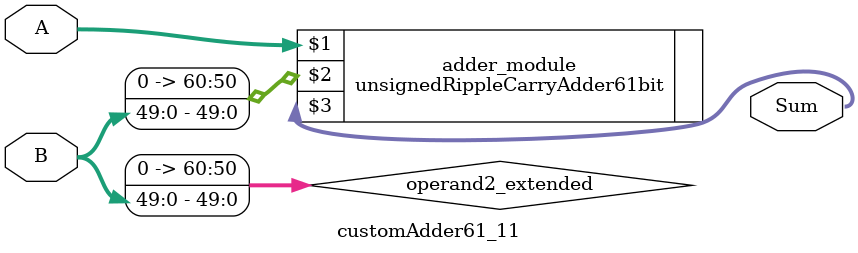
<source format=v>
module customAdder61_11(
                        input [60 : 0] A,
                        input [49 : 0] B,
                        
                        output [61 : 0] Sum
                );

        wire [60 : 0] operand2_extended;
        
        assign operand2_extended =  {11'b0, B};
        
        unsignedRippleCarryAdder61bit adder_module(
            A,
            operand2_extended,
            Sum
        );
        
        endmodule
        
</source>
